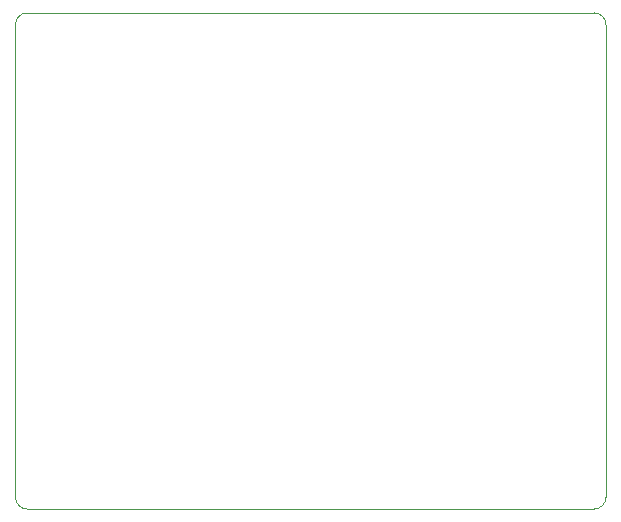
<source format=gbr>
%TF.GenerationSoftware,KiCad,Pcbnew,9.0.2*%
<<<<<<< HEAD
%TF.CreationDate,2025-06-19T10:12:08+02:00*%
=======
%TF.CreationDate,2025-06-17T18:03:46+02:00*%
>>>>>>> 2e23f7f8cb64151a60ec3d004f8241720292418e
%TF.ProjectId,Robobuoy-Sub-CPU-v2_1,526f626f-6275-46f7-992d-5375622d4350,2.0*%
%TF.SameCoordinates,Original*%
%TF.FileFunction,Profile,NP*%
%FSLAX46Y46*%
G04 Gerber Fmt 4.6, Leading zero omitted, Abs format (unit mm)*
<<<<<<< HEAD
G04 Created by KiCad (PCBNEW 9.0.2) date 2025-06-19 10:12:08*
=======
G04 Created by KiCad (PCBNEW 9.0.2) date 2025-06-17 18:03:46*
>>>>>>> 2e23f7f8cb64151a60ec3d004f8241720292418e
%MOMM*%
%LPD*%
G01*
G04 APERTURE LIST*
%TA.AperFunction,Profile*%
%ADD10C,0.100000*%
%TD*%
G04 APERTURE END LIST*
D10*
X-25000000Y20000000D02*
X-25000000Y-20000000D01*
X24000000Y21000000D02*
G75*
G02*
X25000000Y20000000I0J-1000000D01*
G01*
X-24000000Y-21000000D02*
G75*
G02*
X-25000000Y-20000000I0J1000000D01*
G01*
X-24000000Y-21000000D02*
X24000000Y-21000000D01*
X25000000Y-20000000D02*
G75*
G02*
X24000000Y-21000000I-1000000J0D01*
G01*
X25000000Y-20000000D02*
X25000000Y20000000D01*
X24000000Y21000000D02*
X-24000000Y21000000D01*
X-25000000Y20000000D02*
G75*
G02*
X-24000000Y21000000I1000000J0D01*
G01*
M02*

</source>
